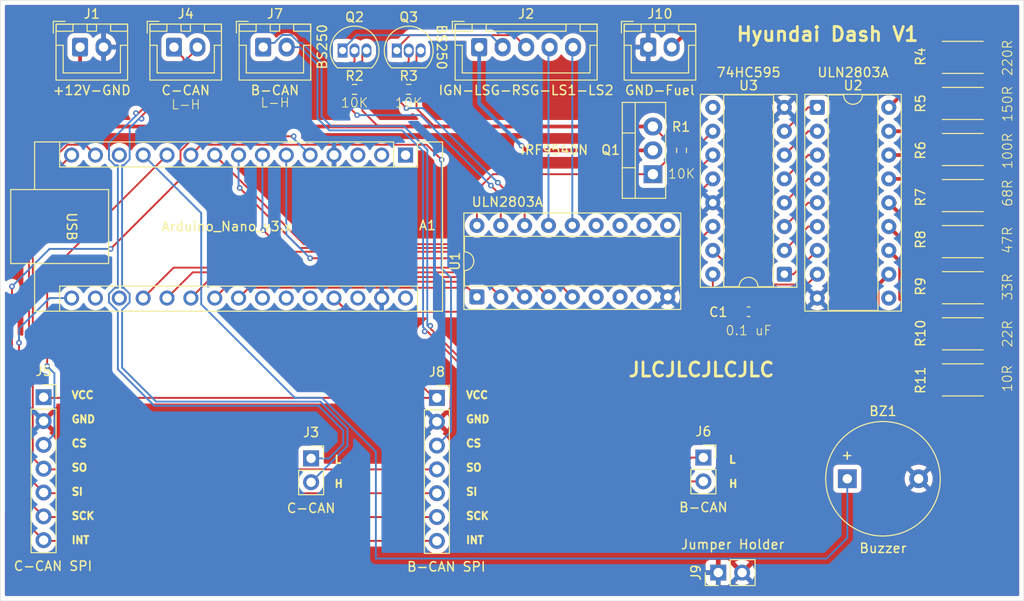
<source format=kicad_pcb>
(kicad_pcb (version 20241229) (generator "pcbnew") (generator_version "9.0")
  (layers (0 "F.Cu" signal) (2 "B.Cu" signal) (13 "F.Paste" user) (15 "B.Paste" user) (5 "F.SilkS" user "F.Silkscreen") (7 "B.SilkS" user "B.Silkscreen") (1 "F.Mask" user) (3 "B.Mask" user) (25 "Edge.Cuts" user))
  (net 0 "")
  (net 1 "+5V")
  (net 5 "/MOSI")
  (net 8 "/CAN_CS_C")
  (net 9 "GND")
  (net 10 "/Master Reset")
  (net 11 "Net-(A1-A0)")
  (net 13 "Net-(A1-A3)")
  (net 15 "/CAN_CS_B")
  (net 16 "/MISO")
  (net 19 "/CAN_INT")
  (net 21 "/Latch Clock")
  (net 22 "/SCK")
  (net 23 "Net-(A1-D9)")
  (net 24 "Net-(A1-A1)")
  (net 26 "/Serial Data")
  (net 27 "/Shift Clock")
  (net 28 "Net-(A1-A2)")
  (net 29 "Net-(J2-Pin_2)")
  (net 30 "Net-(Q1-G)")
  (net 31 "Net-(J2-Pin_1)")
  (net 32 "Net-(J2-Pin_3)")
  (net 33 "Net-(J2-Pin_4)")
  (net 34 "Net-(U2-O1)")
  (net 35 "/12V")
  (net 36 "Net-(U2-O2)")
  (net 37 "Net-(U2-O3)")
  (net 38 "Net-(U2-O4)")
  (net 39 "Net-(U2-O5)")
  (net 40 "Net-(U2-O6)")
  (net 41 "Net-(U2-O7)")
  (net 42 "Net-(U2-O8)")
  (net 44 "Net-(U2-I7)")
  (net 50 "Net-(U2-I2)")
  (net 51 "Net-(U2-I8)")
  (net 52 "Net-(U2-I5)")
  (net 53 "Net-(U2-I6)")
  (net 54 "Net-(U2-I3)")
  (net 55 "Net-(U2-I4)")
  (net 56 "Net-(U2-I1)")
  (net 58 "Net-(J10-Pin_2)")
  (net 61 "Net-(A1-A4)")
  (net 62 "Net-(J2-Pin_5)")
  (net 63 "Net-(Q2-G)")
  (net 64 "Net-(Q3-G)")
  (net 65 "/C-CAN_P")
  (net 66 "/C-CAN_N")
  (net 67 "/B-CAN_N")
  (net 68 "/B-CAN_P")
  (footprint "Connector_PinSocket_2.54mm:PinSocket_1x02_P2.54mm_Vertical" (layer "F.Cu") (at 151.603325 98.827152)
    (property "Reference" "J3")
    (property "Value" "C-CAN")
  )
  (footprint "Resistor_SMD:R_0603_1608Metric" (layer "F.Cu") (at 191.05 66 -90)
    (property "Reference" "R1")
    (property "Value" "10K")
  )
  (footprint "Connector_JST:JST_XH_B2B-XH-A_1x02_P2.50mm_Vertical" (layer "F.Cu") (at 146.5 55)
    (property "Reference" "J7")
    (property "Value" "B-CAN")
  )
  (footprint "Resistor_SMD:R_2512_6332Metric" (layer "F.Cu") (at 221 70.82)
    (property "Reference" "R7")
    (property "Value" "68R")
  )
  (footprint "Capacitor_SMD:C_0603_1608Metric" (layer "F.Cu") (at 198.19 83.199772)
    (property "Reference" "C1")
    (property "Value" "0.1 uF")
  )
  (footprint "Package_TO_SOT_THT:TO-220-3_Vertical" (layer "F.Cu") (at 188 68.54 90)
    (property "Reference" "Q1")
    (property "Value" "IRF9540N")
  )
  (footprint "Resistor_SMD:R_2512_6332Metric" (layer "F.Cu") (at 221 80.64)
    (property "Reference" "R9")
    (property "Value" "33R")
  )
  (footprint "Connector_PinSocket_2.54mm:PinSocket_1x02_P2.54mm_Vertical" (layer "F.Cu") (at 193.374731 98.738587)
    (property "Reference" "J6")
    (property "Value" "B-CAN")
  )
  (footprint "Resistor_SMD:R_2512_6332Metric" (layer "F.Cu") (at 221 56.09)
    (property "Reference" "R4")
    (property "Value" "220R")
  )
  (footprint "Package_DIP:DIP-18_W7.62mm_Socket" (layer "F.Cu") (at 205.501824 61.419772)
    (property "Reference" "U2")
    (property "Value" "ULN2803A")
  )
  (footprint "Resistor_SMD:R_2512_6332Metric" (layer "F.Cu") (at 221 85.55)
    (property "Reference" "R10")
    (property "Value" "22R")
  )
  (footprint "Connector_JST:JST_XH_B2B-XH-A_1x02_P2.50mm_Vertical" (layer "F.Cu") (at 187.5 55)
    (property "Reference" "J10")
    (property "Value" "GND-Fuel")
  )
  (footprint "Connector_JST:JST_XH_B2B-XH-A_1x02_P2.50mm_Vertical" (layer "F.Cu") (at 127 55)
    (property "Reference" "J1")
    (property "Value" "+12V-GND")
  )
  (footprint "Package_DIP:DIP-18_W7.62mm_Socket" (layer "F.Cu") (at 169.26 81.62 90)
    (property "Reference" "U1")
    (property "Value" "ULN2803A")
  )
  (footprint "Resistor_SMD:R_2512_6332Metric" (layer "F.Cu") (at 221 75.73)
    (property "Reference" "R8")
    (property "Value" "47R")
  )
  (footprint "Module:Arduino_Nano" (layer "F.Cu") (at 161.66 66.5 -90)
    (property "Reference" "A1")
    (property "Value" "Arduino_Nano_v3.x")
  )
  (footprint "Connector_PinSocket_2.54mm:PinSocket_1x07_P2.54mm_Vertical" (layer "F.Cu") (at 165 92.38)
    (property "Reference" "J8")
    (property "Value" "B-CAN SPI")
  )
  (footprint "Resistor_SMD:R_2512_6332Metric" (layer "F.Cu") (at 221 90.46)
    (property "Reference" "R11")
    (property "Value" "10R")
  )
  (footprint "Connector_JST:JST_XH_B2B-XH-A_1x02_P2.50mm_Vertical" (layer "F.Cu") (at 137 55)
    (property "Reference" "J4")
    (property "Value" "C-CAN")
  )
  (footprint "Package_TO_SOT_THT:TO-92_Inline" (layer "F.Cu") (at 154.96 55.36)
    (property "Reference" "Q2")
    (property "Value" "BS250")
  )
  (footprint "Connector_PinSocket_2.54mm:PinSocket_1x07_P2.54mm_Vertical" (layer "F.Cu") (at 123.116614 92.306195)
    (property "Reference" "J5")
    (property "Value" "C-CAN SPI")
  )
  (footprint "Connector_PinHeader_2.54mm:PinHeader_1x02_P2.54mm_Vertical" (layer "F.Cu") (at 194.96 111 90)
    (property "Reference" "J9")
    (property "Value" "Jumper Holder")
  )
  (footprint "Connector_JST:JST_XH_B5B-XH-A_1x05_P2.50mm_Vertical" (layer "F.Cu") (at 169.5 55)
    (property "Reference" "J2")
    (property "Value" "IGN-LSG-RSG-LS1-LS2")
  )
  (footprint "Resistor_SMD:R_2512_6332Metric" (layer "F.Cu") (at 221 61)
    (property "Reference" "R5")
    (property "Value" "150R")
  )
  (footprint "Package_TO_SOT_THT:TO-92_Inline" (layer "F.Cu") (at 160.73 55.36)
    (property "Reference" "Q3")
    (property "Value" "BS250")
  )
  (footprint "Buzzer_Beeper:Buzzer_12x9.5RM7.6" (layer "F.Cu") (at 208.7 101)
    (property "Reference" "BZ1")
    (property "Value" "Buzzer")
  )
  (footprint "Resistor_SMD:R_2512_6332Metric" (layer "F.Cu") (at 221 65.91)
    (property "Reference" "R6")
    (property "Value" "100R")
  )
  (footprint "Resistor_SMD:R_0603_1608Metric" (layer "F.Cu") (at 156.23 59.5 180)
    (property "Reference" "R2")
    (property "Value" "10K")
  )
  (footprint "Package_DIP:DIP-16_W7.62mm_Socket" (layer "F.Cu") (at 202 79.2 180)
    (property "Reference" "U3")
    (property "Value" "74HC595")
  )
  (footprint "Resistor_SMD:R_0603_1608Metric" (layer "F.Cu") (at 162 59.5 180)
    (property "Reference" "R3")
    (property "Value" "10K")
  )
  (gr_rect (start 118.5 50) (end 227.5 114) (stroke (width 0.05)) (fill no) (layer "Edge.Cuts"))
  (gr_text "VCC\n\nGND\n\nCS\n\nSO\n\nSI\n\nSCK\n\nINT" (at 168 108 0) (layer "F.SilkS") (effects (font (size 0.8 0.8) (thickness 0.2) (bold yes)) (justify left bottom)))
  (gr_text "L\n\nH" (at 196 102 0) (layer "F.SilkS") (effects (font (size 0.8 0.8) (thickness 0.2) (bold yes)) (justify left bottom)))
  (gr_text "L-H" (at 146.152381 61.5 0) (layer "F.SilkS") (effects (font (size 1 1) (thickness 0.1)) (justify left bottom)))
  (gr_text "L-H" (at 136.652381 61.706651 0) (layer "F.SilkS") (effects (font (size 1 1) (thickness 0.1)) (justify left bottom)))
  (gr_text "VCC\n\nGND\n\nCS\n\nSO\n\nSI\n\nSCK\n\nINT" (at 126 108 0) (layer "F.SilkS") (effects (font (size 0.8 0.8) (thickness 0.2) (bold yes)) (justify left bottom)))
  (gr_text "JLCJLCJLCJLC" (at 185.25 90.25 0) (layer "F.SilkS") (effects (font (size 1.5 1.5) (thickness 0.3) (bold yes)) (justify left bottom)))
  (gr_text "L\n\nH" (at 154 102 0) (layer "F.SilkS") (effects (font (size 0.8 0.8) (thickness 0.2) (bold yes)) (justify left bottom)))
  (gr_text "Hyundai Dash V1" (at 196.75 54.5 0) (layer "F.SilkS") (effects (font (size 1.5 1.5) (thickness 0.3) (bold yes)) (justify left bottom)))
  (segment (start 197.415 83.199772) (end 196.699772 83.199772) (width 0.2) (layer "F.Cu") (net 1))
  (segment (start 196.699772 83.199772) (end 194.38 80.88) (width 0.2) (layer "F.Cu") (net 1))
  (segment (start 194.38 80.88) (end 194.38 79.2) (width 0.2) (layer "F.Cu") (net 1))
  (segment (start 123.116614 92.306195) (end 123.193805 92.306195) (width 0.2) (layer "F.Cu") (net 1))
  (segment (start 164.68 92.38) (end 165 92.38) (width 0.2) (layer "F.Cu") (net 1))
  (segment (start 154.04 81.74) (end 164.68 92.38) (width 0.2) (layer "F.Cu") (net 1))
  (segment (start 155.499772 83.199772) (end 154.04 81.74) (width 0.2) (layer "F.Cu") (net 1))
  (segment (start 197.415 83.199772) (end 155.499772 83.199772) (width 0.2) (layer "F.Cu") (net 1))
  (segment (start 123.26761 92.38) (end 165 92.38) (width 0.2) (layer "F.Cu") (net 1))
  (segment (start 123.193805 92.306195) (end 123.26761 92.38) (width 0.2) (layer "F.Cu") (net 1))
  (segment (start 165 102.54) (end 123.190419 102.54) (width 0.2) (layer "F.Cu") (net 5))
  (segment (start 123.190419 102.54) (end 123.116614 102.466195) (width 0.2) (layer "F.Cu") (net 5))
  (segment (start 121.564614 100.914195) (end 123.116614 102.466195) (width 0.2) (layer "F.Cu") (net 5))
  (segment (start 121.564614 69.478336) (end 121.564614 100.914195) (width 0.2) (layer "F.Cu") (net 5))
  (segment (start 125.64395 65.399) (end 121.564614 69.478336) (width 0.2) (layer "F.Cu") (net 5))
  (segment (start 127.539 65.399) (end 125.64395 65.399) (width 0.2) (layer "F.Cu") (net 5))
  (segment (start 128.64 66.5) (end 127.539 65.399) (width 0.2) (layer "F.Cu") (net 5))
  (segment (start 123.5 79.26) (end 123.5 89) (width 0.2) (layer "F.Cu") (net 8))
  (segment (start 136.26 66.5) (end 123.5 79.26) (width 0.2) (layer "F.Cu") (net 8))
  (via (at 123.5 89) (size 0.6) (drill 0.3) (layers "F.Cu" "B.Cu") (net 8))
  (segment (start 124.267614 96.235195) (end 123.116614 97.386195) (width 0.2) (layer "B.Cu") (net 8))
  (segment (start 123.5 89) (end 124.267614 89.767614) (width 0.2) (layer "B.Cu") (net 8))
  (segment (start 124.267614 89.767614) (end 124.267614 96.235195) (width 0.2) (layer "B.Cu") (net 8))
  (segment (start 191.826 74.174) (end 190 76) (width 0.2) (layer "F.Cu") (net 10))
  (segment (start 150.84 76) (end 141.34 66.5) (width 0.2) (layer "F.Cu") (net 10))
  (segment (start 191.826 66.514) (end 191.826 74.174) (width 0.2) (layer "F.Cu") (net 10))
  (segment (start 194.38 63.96) (end 191.826 66.514) (width 0.2) (layer "F.Cu") (net 10))
  (segment (start 190 76) (end 150.84 76) (width 0.2) (layer "F.Cu") (net 10))
  (segment (start 136.96 78.5) (end 176.3 78.5) (width 0.2) (layer "F.Cu") (net 11))
  (segment (start 133.72 81.74) (end 136.96 78.5) (width 0.2) (layer "F.Cu") (net 11))
  (segment (start 176.3 78.5) (end 179.42 81.62) (width 0.2) (layer "F.Cu") (net 11))
  (segment (start 141.34 81.74) (end 143.08 80) (width 0.2) (layer "F.Cu") (net 13))
  (segment (start 143.08 80) (end 170.18 80) (width 0.2) (layer "F.Cu") (net 13))
  (segment (start 170.18 80) (end 171.8 81.62) (width 0.2) (layer "F.Cu") (net 13))
  (segment (start 163.899 65.399) (end 165.5 67) (width 0.2) (layer "F.Cu") (net 15))
  (segment (start 138.8 66.5) (end 139.901 65.399) (width 0.2) (layer "F.Cu") (net 15))
  (segment (start 139.901 65.399) (end 163.899 65.399) (width 0.2) (layer "F.Cu") (net 15))
  (via (at 165.5 67) (size 0.6) (drill 0.3) (layers "F.Cu" "B.Cu") (net 15))
  (segment (start 166.5 95.96) (end 165 97.46) (width 0.2) (layer "B.Cu") (net 15))
  (segment (start 165.5 78.598) (end 166.5 79.598) (width 0.2) (layer "B.Cu") (net 15))
  (segment (start 165.5 78.598) (end 165.5 67) (width 0.2) (layer "B.Cu") (net 15))
  (segment (start 166.5 79.598) (end 166.5 95.96) (width 0.2) (layer "B.Cu") (net 15))
  (segment (start 123.190419 100) (end 123.116614 99.926195) (width 0.2) (layer "F.Cu") (net 16))
  (segment (start 121.965614 98.775195) (end 123.116614 99.926195) (width 0.2) (layer "F.Cu") (net 16))
  (segment (start 165 100) (end 123.190419 100) (width 0.2) (layer "F.Cu") (net 16))
  (segment (start 121.965614 70.634386) (end 121.965614 98.775195) (width 0.2) (layer "F.Cu") (net 16))
  (segment (start 126.1 66.5) (end 121.965614 70.634386) (width 0.2) (layer "F.Cu") (net 16))
  (segment (start 123.116614 107.546195) (end 119.75 104.179581) (width 0.2) (layer "F.Cu") (net 19))
  (segment (start 130.25 76.5) (end 137.699 69.051) (width 0.2) (layer "F.Cu") (net 19))
  (segment (start 137.699 69.051) (end 137.699 66.04395) (width 0.2) (layer "F.Cu") (net 19))
  (segment (start 119.75 104.179581) (end 119.75 80.5) (width 0.2) (layer "F.Cu") (net 19))
  (segment (start 165 107.62) (end 123.190419 107.62) (width 0.2) (layer "F.Cu") (net 19))
  (segment (start 139.24295 64.5) (end 149.75 64.5) (width 0.2) (layer "F.Cu") (net 19))
  (segment (start 137.699 66.04395) (end 139.24295 64.5) (width 0.2) (layer "F.Cu") (net 19))
  (segment (start 123.190419 107.62) (end 123.116614 107.546195) (width 0.2) (layer "F.Cu") (net 19))
  (via (at 130.25 76.5) (size 0.6) (drill 0.3) (layers "F.Cu" "B.Cu") (net 19))
  (via (at 149.75 64.5) (size 0.6) (drill 0.3) (layers "F.Cu" "B.Cu") (net 19))
  (via (at 119.75 80.5) (size 0.6) (drill 0.3) (layers "F.Cu" "B.Cu") (net 19))
  (segment (start 149.75 64.5) (end 149.75 64.75) (width 0.2) (layer "B.Cu") (net 19))
  (segment (start 119.75 80.5) (end 123.75 76.5) (width 0.2) (layer "B.Cu") (net 19))
  (segment (start 123.75 76.5) (end 130.25 76.5) (width 0.2) (layer "B.Cu") (net 19))
  (segment (start 149.75 64.75) (end 151.5 66.5) (width 0.2) (layer "B.Cu") (net 19))
  (segment (start 148.802 76.802) (end 146.5 74.5) (width 0.2) (layer "F.Cu") (net 21))
  (segment (start 194.38 69.04) (end 192.628 70.792) (width 0.2) (layer "F.Cu") (net 21))
  (segment (start 192.628 74.5062) (end 190.3322 76.802) (width 0.2) (layer "F.Cu") (net 21))
  (segment (start 192.628 70.792) (end 192.628 74.5062) (width 0.2) (layer "F.Cu") (net 21))
  (segment (start 190.3322 76.802) (end 148.802 76.802) (width 0.2) (layer "F.Cu") (net 21))
  (via (at 146.5 74.5) (size 0.6) (drill 0.3) (layers "F.Cu" "B.Cu") (net 21))
  (segment (start 146.42 74.42) (end 146.42 66.5) (width 0.2) (layer "B.Cu") (net 21))
  (segment (start 146.5 74.5) (end 146.42 74.42) (width 0.2) (layer "B.Cu") (net 21))
  (segment (start 123.116614 105.006195) (end 120.5 102.389581) (width 0.2) (layer "F.Cu") (net 22))
  (segment (start 120.5 102.389581) (end 120.5 86.5) (width 0.2) (layer "F.Cu") (net 22))
  (segment (start 165 105.08) (end 123.190419 105.08) (width 0.2) (layer "F.Cu") (net 22))
  (segment (start 123.190419 105.08) (end 123.116614 105.006195) (width 0.2) (layer "F.Cu") (net 22))
  (via (at 120.5 86.5) (size 0.6) (drill 0.3) (layers "F.Cu" "B.Cu") (net 22))
  (segment (start 120.5 85) (end 123.76 81.74) (width 0.2) (layer "B.Cu") (net 22))
  (segment (start 123.76 81.74) (end 126.1 81.74) (width 0.2) (layer "B.Cu") (net 22))
  (segment (start 120.5 86.5) (end 120.5 85) (width 0.2) (layer "B.Cu") (net 22))
  (segment (start 139.901 72.681) (end 139.901 82.401) (width 0.2) (layer "B.Cu") (net 23))
  (segment (start 133.72 66.5) (end 139.901 72.681) (width 0.2) (layer "B.Cu") (net 23))
  (segment (start 152.759298 92.374) (end 158.5 98.114702) (width 0.2) (layer "B.Cu") (net 23))
  (segment (start 139.901 82.401) (end 149.874 92.374) (width 0.2) (layer "B.Cu") (net 23))
  (segment (start 158.5 109.5) (end 206.5 109.5) (width 0.2) (layer "B.Cu") (net 23))
  (segment (start 149.874 92.374) (end 152.759298 92.374) (width 0.2) (layer "B.Cu") (net 23))
  (segment (start 206.5 109.5) (end 208.7 107.3) (width 0.2) (layer "B.Cu") (net 23))
  (segment (start 158.5 98.114702) (end 158.5 109.5) (width 0.2) (layer "B.Cu") (net 23))
  (segment (start 208.7 107.3) (end 208.7 101) (width 0.2) (layer "B.Cu") (net 23))
  (segment (start 139 79) (end 174.26 79) (width 0.2) (layer "F.Cu") (net 24))
  (segment (start 174.26 79) (end 176.88 81.62) (width 0.2) (layer "F.Cu") (net 24))
  (segment (start 136.26 81.74) (end 139 79) (width 0.2) (layer "F.Cu") (net 24))
  (segment (start 151.5 77.5) (end 191 77.5) (width 0.2) (layer "F.Cu") (net 26))
  (segment (start 191 77.5) (end 194.38 74.12) (width 0.2) (layer "F.Cu") (net 26))
  (via (at 151.5 77.5) (size 0.6) (drill 0.3) (layers "F.Cu" "B.Cu") (net 26))
  (segment (start 148.96 74.96) (end 151.5 77.5) (width 0.2) (layer "B.Cu") (net 26))
  (segment (start 148.96 66.5) (end 148.96 74.96) (width 0.2) (layer "B.Cu") (net 26))
  (segment (start 150.39247 76.401) (end 143.995735 70.004265) (width 0.2) (layer "F.Cu") (net 27))
  (segment (start 190.1661 76.401) (end 150.39247 76.401) (width 0.2) (layer "F.Cu") (net 27))
  (segment (start 192.227 74.3401) (end 190.1661 76.401) (width 0.2) (layer "F.Cu") (net 27))
  (segment (start 192.227 68.653) (end 192.227 74.3401) (width 0.2) (layer "F.Cu") (net 27))
  (segment (start 194.38 66.5) (end 192.227 68.653) (width 0.2) (layer "F.Cu") (net 27))
  (via (at 143.995735 70.004265) (size 0.6) (drill 0.3) (layers "F.Cu" "B.Cu") (net 27))
  (segment (start 143.88 69.88853) (end 143.88 66.5) (width 0.2) (layer "B.Cu") (net 27))
  (segment (start 143.995735 70.004265) (end 143.88 69.88853) (width 0.2) (layer "B.Cu") (net 27))
  (segment (start 141.04 79.5) (end 172.22 79.5) (width 0.2) (layer "F.Cu") (net 28))
  (segment (start 138.8 81.74) (end 141.04 79.5) (width 0.2) (layer "F.Cu") (net 28))
  (segment (start 172.22 79.5) (end 174.34 81.62) (width 0.2) (layer "F.Cu") (net 28))
  (segment (start 170.724 53.724) (end 172 55) (width 0.2) (layer "B.Cu") (net 29))
  (segment (start 156.47286 53.724) (end 170.724 53.724) (width 0.2) (layer "B.Cu") (net 29))
  (segment (start 154.96 55.23686) (end 156.47286 53.724) (width 0.2) (layer "B.Cu") (net 29))
  (segment (start 154.96 55.36) (end 154.96 55.23686) (width 0.2) (layer "B.Cu") (net 29))
  (segment (start 189.715 66.825) (end 188 68.54) (width 0.2) (layer "F.Cu") (net 30))
  (segment (start 169.26 70.24) (end 169.26 74) (width 0.2) (layer "F.Cu") (net 30))
  (segment (start 170.96 68.54) (end 169.26 70.24) (width 0.2) (layer "F.Cu") (net 30))
  (segment (start 188 68.54) (end 170.96 68.54) (width 0.2) (layer "F.Cu") (net 30))
  (segment (start 191.05 66.825) (end 189.715 66.825) (width 0.2) (layer "F.Cu") (net 30))
  (segment (start 188 66) (end 174.5 66) (width 0.4) (layer "F.Cu") (net 31))
  (segment (start 174.5 66) (end 174 65.5) (width 0.4) (layer "F.Cu") (net 31))
  (via (at 174 65.5) (size 0.6) (drill 0.3) (layers "F.Cu" "B.Cu") (net 31))
  (segment (start 174 65.5) (end 169.5 61) (width 0.4) (layer "B.Cu") (net 31))
  (segment (start 169.5 61) (end 169.5 55) (width 0.4) (layer "B.Cu") (net 31))
  (segment (start 173.224 53.724) (end 174.5 55) (width 0.2) (layer "F.Cu") (net 32))
  (segment (start 160.73 55.36) (end 160.73 55.135) (width 0.2) (layer "F.Cu") (net 32))
  (segment (start 160.73 55.135) (end 162.141 53.724) (width 0.2) (layer "F.Cu") (net 32))
  (segment (start 162.141 53.724) (end 173.224 53.724) (width 0.2) (layer "F.Cu") (net 32))
  (segment (start 176.88 74) (end 176.88 55.12) (width 0.2) (layer "B.Cu") (net 33))
  (segment (start 176.88 55.12) (end 177 55) (width 0.2) (layer "B.Cu") (net 33))
  (segment (start 218.0375 56.504096) (end 218.0375 56.09) (width 0.4) (layer "F.Cu") (net 34))
  (segment (start 213.121824 61.419772) (end 218.0375 56.504096) (width 0.4) (layer "F.Cu") (net 34))
  (segment (start 162.825 61.535) (end 164.75 63.46) (width 0.2) (layer "F.Cu") (net 35))
  (segment (start 157.055 61.765) (end 158.75 63.46) (width 0.2) (layer "F.Cu") (net 35))
  (segment (start 191.05 65.175) (end 189.715 65.175) (width 0.2) (layer "F.Cu") (net 35))
  (segment (start 162.825 55.805) (end 163.27 55.36) (width 0.2) (layer "F.Cu") (net 35))
  (segment (start 157.055 55.805) (end 157.5 55.36) (width 0.2) (layer "F.Cu") (net 35))
  (segment (start 158.75 63.46) (end 128.96 63.46) (width 0.4) (layer "F.Cu") (net 35))
  (segment (start 128.96 63.46) (end 127 61.5) (width 0.4) (layer "F.Cu") (net 35))
  (segment (start 189.715 65.175) (end 188 63.46) (width 0.2) (layer "F.Cu") (net 35))
  (segment (start 162.825 59.5) (end 162.825 61.535) (width 0.2) (layer "F.Cu") (net 35))
  (segment (start 157.055 59.5) (end 157.055 55.805) (width 0.2) (layer "F.Cu") (net 35))
  (segment (start 162.825 59.5) (end 162.825 55.805) (width 0.2) (layer "F.Cu") (net 35))
  (segment (start 157.055 59.5) (end 157.055 61.765) (width 0.2) (layer "F.Cu") (net 35))
  (segment (start 127 61.5) (end 127 55) (width 0.4) (layer "F.Cu") (net 35))
  (segment (start 164.75 63.46) (end 158.75 63.46) (width 0.4) (layer "F.Cu") (net 35))
  (segment (start 188 63.46) (end 164.75 63.46) (width 0.4) (layer "F.Cu") (net 35))
  (segment (start 215.077728 63.959772) (end 218.0375 61) (width 0.4) (layer "F.Cu") (net 36))
  (segment (start 213.121824 63.959772) (end 215.077728 63.959772) (width 0.4) (layer "F.Cu") (net 36))
  (segment (start 213.121824 66.499772) (end 217.447728 66.499772) (width 0.4) (layer "F.Cu") (net 37))
  (segment (start 217.447728 66.499772) (end 218.0375 65.91) (width 0.4) (layer "F.Cu") (net 37))
  (segment (start 216.257272 69.039772) (end 218.0375 70.82) (width 0.4) (layer "F.Cu") (net 38))
  (segment (start 213.121824 69.039772) (end 216.257272 69.039772) (width 0.4) (layer "F.Cu") (net 38))
  (segment (start 213.121824 71.579772) (end 217.272052 75.73) (width 0.4) (layer "F.Cu") (net 39))
  (segment (start 217.272052 75.73) (end 218.0375 75.73) (width 0.2) (layer "F.Cu") (net 39))
  (segment (start 213.887272 71.579772) (end 213.121824 71.579772) (width 0.2) (layer "F.Cu") (net 39))
  (segment (start 213.121824 74.119772) (end 218.0375 79.035448) (width 0.4) (layer "F.Cu") (net 40))
  (segment (start 218.0375 79.035448) (end 218.0375 80.64) (width 0.4) (layer "F.Cu") (net 40))
  (segment (start 213.121824 76.659772) (end 214.322824 77.860772) (width 0.4) (layer "F.Cu") (net 41))
  (segment (start 214.322824 77.860772) (end 214.322824 81.835324) (width 0.4) (layer "F.Cu") (net 41))
  (segment (start 214.322824 81.835324) (end 218.0375 85.55) (width 0.4) (layer "F.Cu") (net 41))
  (segment (start 213.121824 79.199772) (end 211.920824 80.400772) (width 0.4) (layer "F.Cu") (net 42))
  (segment (start 211.920824 84.343324) (end 218.0375 90.46) (width 0.4) (layer "F.Cu") (net 42))
  (segment (start 211.920824 80.400772) (end 211.920824 84.343324) (width 0.4) (layer "F.Cu") (net 42))
  (segment (start 202 79.2) (end 202.961596 79.2) (width 0.2) (layer "F.Cu") (net 44))
  (segment (start 202.961596 79.2) (end 205.501824 76.659772) (width 0.2) (layer "F.Cu") (net 44))
  (segment (start 202 66.5) (end 204.540228 63.959772) (width 0.2) (layer "F.Cu") (net 50))
  (segment (start 204.540228 63.959772) (end 205.501824 63.959772) (width 0.2) (layer "F.Cu") (net 50))
  (segment (start 194.38 76.66) (end 198.021 80.301) (width 0.2) (layer "F.Cu") (net 51))
  (segment (start 204.400596 80.301) (end 205.501824 79.199772) (width 0.2) (layer "F.Cu") (net 51))
  (segment (start 198.021 80.301) (end 204.400596 80.301) (width 0.2) (layer "F.Cu") (net 51))
  (segment (start 204.540228 71.579772) (end 205.501824 71.579772) (width 0.2) (layer "F.Cu") (net 52))
  (segment (start 202 74.12) (end 204.540228 71.579772) (width 0.2) (layer "F.Cu") (net 52))
  (segment (start 202 76.66) (end 204.540228 74.119772) (width 0.2) (layer "F.Cu") (net 53))
  (segment (start 204.540228 74.119772) (end 205.501824 74.119772) (width 0.2) (layer "F.Cu") (net 53))
  (segment (start 204.540228 66.499772) (end 205.501824 66.499772) (width 0.2) (layer "F.Cu") (net 54))
  (segment (start 202 69.04) (end 204.540228 66.499772) (width 0.2) (layer "F.Cu") (net 54))
  (segment (start 204.540228 69.039772) (end 205.501824 69.039772) (width 0.2) (layer "F.Cu") (net 55))
  (segment (start 202 71.58) (end 204.540228 69.039772) (width 0.2) (layer "F.Cu") (net 55))
  (segment (start 202 63.96) (end 204.540228 61.419772) (width 0.2) (layer "F.Cu") (net 56))
  (segment (start 204.540228 61.419772) (end 205.501824 61.419772) (width 0.2) (layer "F.Cu") (net 56))
  (segment (start 193 52) (end 190 55) (width 0.4) (layer "F.Cu") (net 58))
  (segment (start 223.9625 65.91) (end 223.9625 70.82) (width 0.4) (layer "F.Cu") (net 58))
  (segment (start 223.9625 70.82) (end 223.9625 75.73) (width 0.4) (layer "F.Cu") (net 58))
  (segment (start 223.9625 56.09) (end 223.9625 61) (width 0.4) (layer "F.Cu") (net 58))
  (segment (start 223.9625 80.64) (end 223.9625 85.55) (width 0.4) (layer "F.Cu") (net 58))
  (segment (start 223.9625 75.73) (end 223.9625 80.64) (width 0.4) (layer "F.Cu") (net 58))
  (segment (start 223.9625 85.55) (end 223.9625 90.46) (width 0.4) (layer "F.Cu") (net 58))
  (segment (start 223.9625 53.9625) (end 222 52) (width 0.4) (layer "F.Cu") (net 58))
  (segment (start 223.9625 61) (end 223.9625 65.91) (width 0.4) (layer "F.Cu") (net 58))
  (segment (start 222 52) (end 193 52) (width 0.4) (layer "F.Cu") (net 58))
  (segment (start 223.9625 53.9625) (end 223.9625 56.09) (width 0.2) (layer "F.Cu") (net 58))
  (segment (start 144.981 80.639) (end 168.279 80.639) (width 0.2) (layer "F.Cu") (net 61))
  (segment (start 143.88 81.74) (end 144.981 80.639) (width 0.2) (layer "F.Cu") (net 61))
  (segment (start 168.279 80.639) (end 169.26 81.62) (width 0.2) (layer "F.Cu") (net 61))
  (segment (start 179.42 74) (end 179.42 55.08) (width 0.2) (layer "B.Cu") (net 62))
  (segment (start 179.42 55.08) (end 179.5 55) (width 0.2) (layer "B.Cu") (net 62))
  (segment (start 156.23 56.52) (end 156.23 55.36) (width 0.2) (layer "F.Cu") (net 63))
  (segment (start 171.8 74) (end 171.8 70.8) (width 0.2) (layer "F.Cu") (net 63))
  (segment (start 155.405 59.5) (end 155.405 57.345) (width 0.2) (layer "F.Cu") (net 63))
  (segment (start 171.8 70.8) (end 170.75 69.75) (width 0.2) (layer "F.Cu") (net 63))
  (segment (start 155.405 61.155) (end 155.405 59.5) (width 0.2) (layer "F.Cu") (net 63))
  (segment (start 155.405 57.345) (end 156.23 56.52) (width 0.2) (layer "F.Cu") (net 63))
  (segment (start 156.5 62.25) (end 155.405 61.155) (width 0.2) (layer "F.Cu") (net 63))
  (via (at 170.75 69.75) (size 0.6) (drill 0.3) (layers "F.Cu" "B.Cu") (net 63))
  (via (at 156.5 62.25) (size 0.6) (drill 0.3) (layers "F.Cu" "B.Cu") (net 63))
  (segment (start 170.75 69.75) (end 163.25 62.25) (width 0.2) (layer "B.Cu") (net 63))
  (segment (start 163.25 62.25) (end 156.5 62.25) (width 0.2) (layer "B.Cu") (net 63))
  (segment (start 161.175 59.5) (end 161.175 57.325) (width 0.2) (layer "F.Cu") (net 64))
  (segment (start 174.34 72.294746) (end 171.489106 69.443852) (width 0.2) (layer "F.Cu") (net 64))
  (segment (start 161.175 60.925) (end 161.175 59.5) (width 0.2) (layer "F.Cu") (net 64))
  (segment (start 162 56.5) (end 162 55.36) (width 0.2) (layer "F.Cu") (net 64))
  (segment (start 174.34 74) (end 174.34 72.294746) (width 0.2) (layer "F.Cu") (net 64))
  (segment (start 161.75 61.5) (end 161.175 60.925) (width 0.2) (layer "F.Cu") (net 64))
  (segment (start 161.175 57.325) (end 162 56.5) (width 0.2) (layer "F.Cu") (net 64))
  (via (at 161.75 61.5) (size 0.6) (drill 0.3) (layers "F.Cu" "B.Cu") (net 64))
  (via (at 171.489106 69.443852) (size 0.6) (drill 0.3) (layers "F.Cu" "B.Cu") (net 64))
  (segment (start 171.489106 69.443852) (end 163.545254 61.5) (width 0.2) (layer "B.Cu") (net 64))
  (segment (start 163.545254 61.5) (end 161.75 61.5) (width 0.2) (layer "B.Cu") (net 64))
  (segment (start 133.232322 62.034479) (end 132.949479 62.034479) (width 0.2) (layer "F.Cu") (net 65))
  (segment (start 138.025 56.175) (end 138.025 57.241801) (width 0.2) (layer "F.Cu") (net 65))
  (segment (start 137 55.15) (end 138.025 56.175) (width 0.2) (layer "F.Cu") (net 65))
  (segment (start 137 55) (end 137 55.15) (width 0.2) (layer "F.Cu") (net 65))
  (segment (start 138.025 57.241801) (end 133.232322 62.034479) (width 0.2) (layer "F.Cu") (net 65))
  (via (at 132.949479 62.034479) (size 0.6) (drill 0.3) (layers "F.Cu" "B.Cu") (net 65))
  (segment (start 131.025 80.639) (end 131.025 67.601) (width 0.2) (layer "B.Cu") (net 65))
  (segment (start 130.079 65.187801) (end 132.949479 62.317322) (width 0.2) (layer "B.Cu") (net 65))
  (segment (start 130.079 66.95605) (end 130.079 65.187801) (width 0.2) (layer "B.Cu") (net 65))
  (segment (start 130.72395 67.601) (end 130.079 66.95605) (width 0.2) (layer "B.Cu") (net 65))
  (segment (start 151.603325 98.827152) (end 153.506928 98.827152) (width 0.2) (layer "B.Cu") (net 65))
  (segment (start 131.025 83.14205) (end 130.079 82.19605) (width 0.2) (layer "B.Cu") (net 65))
  (segment (start 153.506928 98.827152) (end 155.025 97.30908) (width 0.2) (layer "B.Cu") (net 65))
  (segment (start 134.906802 93.225) (end 131.025 89.343198) (width 0.2) (layer "B.Cu") (net 65))
  (segment (start 131.025 89.343198) (end 131.025 83.14205) (width 0.2) (layer "B.Cu") (net 65))
  (segment (start 152.406802 93.225) (end 134.906802 93.225) (width 0.2) (layer "B.Cu") (net 65))
  (segment (start 131.025 67.601) (end 130.72395 67.601) (width 0.2) (layer "B.Cu") (net 65))
  (segment (start 155.025 95.843198) (end 152.406802 93.225) (width 0.2) (layer "B.Cu") (net 65))
  (segment (start 155.025 97.30908) (end 155.025 95.843198) (width 0.2) (layer "B.Cu") (net 65))
  (segment (start 130.079 81.28395) (end 130.72395 80.639) (width 0.2) (layer "B.Cu") (net 65))
  (segment (start 132.949479 62.317322) (end 132.949479 62.034479) (width 0.2) (layer "B.Cu") (net 65))
  (segment (start 130.079 82.19605) (end 130.079 81.28395) (width 0.2) (layer "B.Cu") (net 65))
  (segment (start 130.72395 80.639) (end 131.025 80.639) (width 0.2) (layer "B.Cu") (net 65))
  (segment (start 138.475 57.428199) (end 133.550521 62.352678) (width 0.2) (layer "F.Cu") (net 66))
  (segment (start 139.5 55) (end 139.5 55.15) (width 0.2) (layer "F.Cu") (net 66))
  (segment (start 133.550521 62.352678) (end 133.550521 62.635521) (width 0.2) (layer "F.Cu") (net 66))
  (segment (start 138.475 56.175) (end 138.475 57.428199) (width 0.2) (layer "F.Cu") (net 66))
  (segment (start 139.5 55.15) (end 138.475 56.175) (width 0.2) (layer "F.Cu") (net 66))
  (via (at 133.550521 62.635521) (size 0.6) (drill 0.3) (layers "F.Cu" "B.Cu") (net 66))
  (segment (start 131.475 83.00205) (end 132.281 82.19605) (width 0.2) (layer "B.Cu") (net 66))
  (segment (start 152.593198 92.775) (end 135.093198 92.775) (width 0.2) (layer "B.Cu") (net 66))
  (segment (start 133.267678 62.635521) (end 133.550521 62.635521) (width 0.2) (layer "B.Cu") (net 66))
  (segment (start 155.475 97.495477) (end 155.475 95.656802) (width 0.2) (layer "B.Cu") (net 66))
  (segment (start 131.63605 67.601) (end 132.281 66.95605) (width 0.2) (layer "B.Cu") (net 66))
  (segment (start 131.475 67.601) (end 131.63605 67.601) (width 0.2) (layer "B.Cu") (net 66))
  (segment (start 131.63605 80.639) (end 131.475 80.639) (width 0.2) (layer "B.Cu") (net 66))
  (segment (start 155.475 95.656802) (end 152.593198 92.775) (width 0.2) (layer "B.Cu") (net 66))
  (segment (start 131.475 80.639) (end 131.475 67.601) (width 0.2) (layer "B.Cu") (net 66))
  (segment (start 132.281 66.95605) (end 132.281 63.622199) (width 0.2) (layer "B.Cu") (net 66))
  (segment (start 151.603325 101.367152) (end 155.475 97.495477) (width 0.2) (layer "B.Cu") (net 66))
  (segment (start 132.281 82.19605) (end 132.281 81.28395) (width 0.2) (layer "B.Cu") (net 66))
  (segment (start 135.093198 92.775) (end 131.475 89.156802) (width 0.2) (layer "B.Cu") (net 66))
  (segment (start 131.475 89.156802) (end 131.475 83.00205) (width 0.2) (layer "B.Cu") (net 66))
  (segment (start 132.281 63.622199) (end 133.267678 62.635521) (width 0.2) (layer "B.Cu") (net 66))
  (segment (start 132.281 81.28395) (end 131.63605 80.639) (width 0.2) (layer "B.Cu") (net 66))
  (segment (start 193.374731 101.278587) (end 192.09973 101.278587) (width 0.2) (layer "F.Cu") (net 67))
  (segment (start 191.05473 100.233587) (end 178.915388 100.233587) (width 0.2) (layer "F.Cu") (net 67))
  (segment (start 163.982322 85.300521) (end 163.699479 85.300521) (width 0.2) (layer "F.Cu") (net 67))
  (segment (start 192.09973 101.278587) (end 191.05473 100.233587) (width 0.2) (layer "F.Cu") (net 67))
  (segment (start 178.915388 100.233587) (end 163.982322 85.300521) (width 0.2) (layer "F.Cu") (net 67))
  (via (at 163.699479 85.300521) (size 0.6) (drill 0.3) (layers "F.Cu" "B.Cu") (net 67))
  (segment (start 163.525 66.093198) (end 163.525 84.843199) (width 0.2) (layer "B.Cu") (net 67))
  (segment (start 152.275 56.843198) (end 152.275 62.593198) (width 0.2) (layer "B.Cu") (net 67))
  (segment (start 161.301581 63.869779) (end 163.525 66.093198) (width 0.2) (layer "B.Cu") (net 67))
  (segment (start 153.551581 63.869779) (end 161.301581 63.869779) (width 0.2) (layer "B.Cu") (net 67))
  (segment (start 150.431802 55) (end 152.275 56.843198) (width 0.2) (layer "B.Cu") (net 67))
  (segment (start 149 55) (end 150.431802 55) (width 0.2) (layer "B.Cu") (net 67))
  (segment (start 152.275 62.593198) (end 153.551581 63.869779) (width 0.2) (layer "B.Cu") (net 67))
  (segment (start 163.699479 85.017678) (end 163.699479 85.300521) (width 0.2) (layer "B.Cu") (net 67))
  (segment (start 163.525 84.843199) (end 163.699479 85.017678) (width 0.2) (layer "B.Cu") (net 67))
  (segment (start 192.09973 98.738587) (end 191.05473 99.783587) (width 0.2) (layer "F.Cu") (net 68))
  (segment (start 179.101786 99.783587) (end 164.300521 84.982322) (width 0.2) (layer "F.Cu") (net 68))
  (segment (start 193.374731 98.738587) (end 192.09973 98.738587) (width 0.2) (layer "F.Cu") (net 68))
  (segment (start 191.05473 99.783587) (end 179.101786 99.783587) (width 0.2) (layer "F.Cu") (net 68))
  (segment (start 164.300521 84.982322) (end 164.300521 84.699479) (width 0.2) (layer "F.Cu") (net 68))
  (via (at 164.300521 84.699479) (size 0.6) (drill 0.3) (layers "F.Cu" "B.Cu") (net 68))
  (segment (start 146.5 55) (end 146.95 54.55) (width 0.2) (layer "B.Cu") (net 68))
  (segment (start 163.975 84.656801) (end 164.017678 84.699479) (width 0.2) (layer "B.Cu") (net 68))
  (segment (start 152.725 62.406802) (end 153.737977 63.419779) (width 0.2) (layer "B.Cu") (net 68))
  (segment (start 163.975 65.906802) (end 163.975 84.656801) (width 0.2) (layer "B.Cu") (net 68))
  (segment (start 152.725 56.656802) (end 152.725 62.406802) (width 0.2) (layer "B.Cu") (net 68))
  (segment (start 148.52324 53.699) (end 149.47676 53.699) (width 0.2) (layer "B.Cu") (net 68))
  (segment (start 153.737977 63.419779) (end 161.487977 63.419779) (width 0.2) (layer "B.Cu") (net 68))
  (segment (start 164.017678 84.699479) (end 164.300521 84.699479) (width 0.2) (layer "B.Cu") (net 68))
  (segment (start 146.95 54.55) (end 147.67224 54.55) (width 0.2) (layer "B.Cu") (net 68))
  (segment (start 150.618198 54.55) (end 152.725 56.656802) (width 0.2) (layer "B.Cu") (net 68))
  (segment (start 161.487977 63.419779) (end 163.975 65.906802) (width 0.2) (layer "B.Cu") (net 68))
  (segment (start 150.32776 54.55) (end 150.618198 54.55) (width 0.2) (layer "B.Cu") (net 68))
  (segment (start 147.67224 54.55) (end 148.52324 53.699) (width 0.2) (layer "B.Cu") (net 68))
  (segment (start 149.47676 53.699) (end 150.32776 54.55) (width 0.2) (layer "B.Cu") (net 68))
  (zone (net 9) (net_name "GND") (layers "F.Cu" "B.Cu") (connect_pads (clearance 0.5)) (min_thickness 0.25) (fill yes (thermal_gap 0.5) (thermal_bridge_width 0.5))
    (polygon (pts (xy 118.5 50) (xy 227.5 50) (xy 227.5 114) (xy 118.5 114)))
  )
)
</source>
